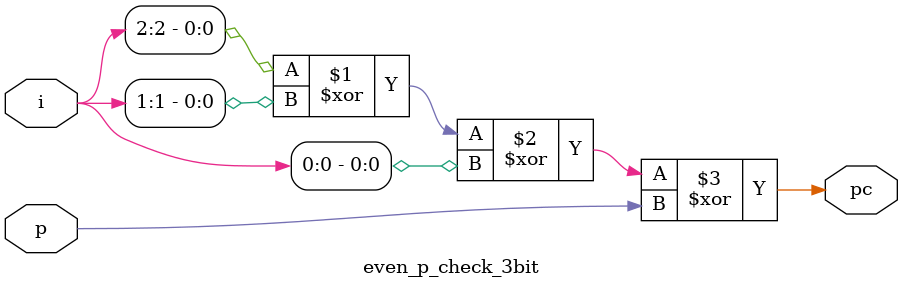
<source format=v>
`timescale 1ns / 1ps
module even_p_check_3bit(pc, i, p);
	input [2:0]i;
	input p;
	output pc;
	
	xor xor1(pc, i[2], i[1], i[0], p);

endmodule

</source>
